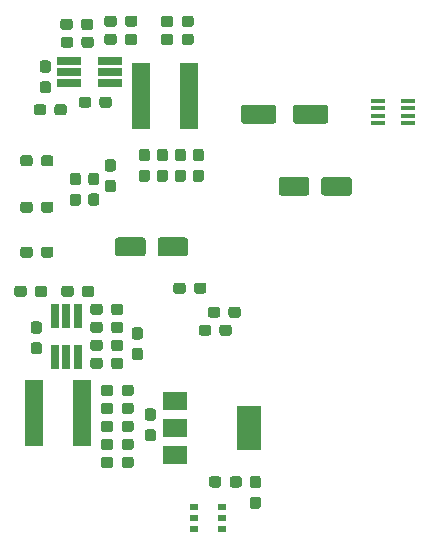
<source format=gbr>
G04 #@! TF.GenerationSoftware,KiCad,Pcbnew,(5.1.9)-1*
G04 #@! TF.CreationDate,2021-02-02T20:04:29-05:00*
G04 #@! TF.ProjectId,ZeroPilot,5a65726f-5069-46c6-9f74-2e6b69636164,rev?*
G04 #@! TF.SameCoordinates,Original*
G04 #@! TF.FileFunction,Paste,Top*
G04 #@! TF.FilePolarity,Positive*
%FSLAX46Y46*%
G04 Gerber Fmt 4.6, Leading zero omitted, Abs format (unit mm)*
G04 Created by KiCad (PCBNEW (5.1.9)-1) date 2021-02-02 20:04:29*
%MOMM*%
%LPD*%
G01*
G04 APERTURE LIST*
%ADD10R,0.650000X2.000000*%
%ADD11R,2.000000X0.650000*%
%ADD12R,2.000000X1.500000*%
%ADD13R,2.000000X3.800000*%
%ADD14R,0.700000X0.510000*%
%ADD15R,1.550000X5.600000*%
%ADD16R,1.550000X5.599999*%
%ADD17R,1.220000X0.400000*%
G04 APERTURE END LIST*
D10*
X54638000Y-131018000D03*
X55588000Y-131018000D03*
X56538000Y-131018000D03*
X56538000Y-134438000D03*
X55588000Y-134438000D03*
X54638000Y-134438000D03*
D11*
X55821000Y-111313000D03*
X55821000Y-110363000D03*
X55821000Y-109413000D03*
X59241000Y-109413000D03*
X59241000Y-110363000D03*
X59241000Y-111313000D03*
D12*
X64757000Y-138175000D03*
X64757000Y-142775000D03*
X64757000Y-140475000D03*
D13*
X71057000Y-140475000D03*
G36*
G01*
X56587500Y-119932000D02*
X56112500Y-119932000D01*
G75*
G02*
X55875000Y-119694500I0J237500D01*
G01*
X55875000Y-119119500D01*
G75*
G02*
X56112500Y-118882000I237500J0D01*
G01*
X56587500Y-118882000D01*
G75*
G02*
X56825000Y-119119500I0J-237500D01*
G01*
X56825000Y-119694500D01*
G75*
G02*
X56587500Y-119932000I-237500J0D01*
G01*
G37*
G36*
G01*
X56587500Y-121682000D02*
X56112500Y-121682000D01*
G75*
G02*
X55875000Y-121444500I0J237500D01*
G01*
X55875000Y-120869500D01*
G75*
G02*
X56112500Y-120632000I237500J0D01*
G01*
X56587500Y-120632000D01*
G75*
G02*
X56825000Y-120869500I0J-237500D01*
G01*
X56825000Y-121444500D01*
G75*
G02*
X56587500Y-121682000I-237500J0D01*
G01*
G37*
G36*
G01*
X69311000Y-130920500D02*
X69311000Y-130445500D01*
G75*
G02*
X69548500Y-130208000I237500J0D01*
G01*
X70123500Y-130208000D01*
G75*
G02*
X70361000Y-130445500I0J-237500D01*
G01*
X70361000Y-130920500D01*
G75*
G02*
X70123500Y-131158000I-237500J0D01*
G01*
X69548500Y-131158000D01*
G75*
G02*
X69311000Y-130920500I0J237500D01*
G01*
G37*
G36*
G01*
X67561000Y-130920500D02*
X67561000Y-130445500D01*
G75*
G02*
X67798500Y-130208000I237500J0D01*
G01*
X68373500Y-130208000D01*
G75*
G02*
X68611000Y-130445500I0J-237500D01*
G01*
X68611000Y-130920500D01*
G75*
G02*
X68373500Y-131158000I-237500J0D01*
G01*
X67798500Y-131158000D01*
G75*
G02*
X67561000Y-130920500I0J237500D01*
G01*
G37*
D14*
X68724000Y-149032000D03*
X68724000Y-148082000D03*
X68724000Y-147132000D03*
X66404000Y-147132000D03*
X66404000Y-148082000D03*
X66404000Y-149032000D03*
G36*
G01*
X58149500Y-119919000D02*
X57674500Y-119919000D01*
G75*
G02*
X57437000Y-119681500I0J237500D01*
G01*
X57437000Y-119106500D01*
G75*
G02*
X57674500Y-118869000I237500J0D01*
G01*
X58149500Y-118869000D01*
G75*
G02*
X58387000Y-119106500I0J-237500D01*
G01*
X58387000Y-119681500D01*
G75*
G02*
X58149500Y-119919000I-237500J0D01*
G01*
G37*
G36*
G01*
X58149500Y-121669000D02*
X57674500Y-121669000D01*
G75*
G02*
X57437000Y-121431500I0J237500D01*
G01*
X57437000Y-120856500D01*
G75*
G02*
X57674500Y-120619000I237500J0D01*
G01*
X58149500Y-120619000D01*
G75*
G02*
X58387000Y-120856500I0J-237500D01*
G01*
X58387000Y-121431500D01*
G75*
G02*
X58149500Y-121669000I-237500J0D01*
G01*
G37*
G36*
G01*
X59071500Y-119476000D02*
X59546500Y-119476000D01*
G75*
G02*
X59784000Y-119713500I0J-237500D01*
G01*
X59784000Y-120288500D01*
G75*
G02*
X59546500Y-120526000I-237500J0D01*
G01*
X59071500Y-120526000D01*
G75*
G02*
X58834000Y-120288500I0J237500D01*
G01*
X58834000Y-119713500D01*
G75*
G02*
X59071500Y-119476000I237500J0D01*
G01*
G37*
G36*
G01*
X59071500Y-117726000D02*
X59546500Y-117726000D01*
G75*
G02*
X59784000Y-117963500I0J-237500D01*
G01*
X59784000Y-118538500D01*
G75*
G02*
X59546500Y-118776000I-237500J0D01*
G01*
X59071500Y-118776000D01*
G75*
G02*
X58834000Y-118538500I0J237500D01*
G01*
X58834000Y-117963500D01*
G75*
G02*
X59071500Y-117726000I237500J0D01*
G01*
G37*
G36*
G01*
X68549000Y-132444500D02*
X68549000Y-131969500D01*
G75*
G02*
X68786500Y-131732000I237500J0D01*
G01*
X69361500Y-131732000D01*
G75*
G02*
X69599000Y-131969500I0J-237500D01*
G01*
X69599000Y-132444500D01*
G75*
G02*
X69361500Y-132682000I-237500J0D01*
G01*
X68786500Y-132682000D01*
G75*
G02*
X68549000Y-132444500I0J237500D01*
G01*
G37*
G36*
G01*
X66799000Y-132444500D02*
X66799000Y-131969500D01*
G75*
G02*
X67036500Y-131732000I237500J0D01*
G01*
X67611500Y-131732000D01*
G75*
G02*
X67849000Y-131969500I0J-237500D01*
G01*
X67849000Y-132444500D01*
G75*
G02*
X67611500Y-132682000I-237500J0D01*
G01*
X67036500Y-132682000D01*
G75*
G02*
X66799000Y-132444500I0J237500D01*
G01*
G37*
G36*
G01*
X65690000Y-128413500D02*
X65690000Y-128888500D01*
G75*
G02*
X65452500Y-129126000I-237500J0D01*
G01*
X64877500Y-129126000D01*
G75*
G02*
X64640000Y-128888500I0J237500D01*
G01*
X64640000Y-128413500D01*
G75*
G02*
X64877500Y-128176000I237500J0D01*
G01*
X65452500Y-128176000D01*
G75*
G02*
X65690000Y-128413500I0J-237500D01*
G01*
G37*
G36*
G01*
X67440000Y-128413500D02*
X67440000Y-128888500D01*
G75*
G02*
X67202500Y-129126000I-237500J0D01*
G01*
X66627500Y-129126000D01*
G75*
G02*
X66390000Y-128888500I0J237500D01*
G01*
X66390000Y-128413500D01*
G75*
G02*
X66627500Y-128176000I237500J0D01*
G01*
X67202500Y-128176000D01*
G75*
G02*
X67440000Y-128413500I0J-237500D01*
G01*
G37*
G36*
G01*
X52736000Y-125365500D02*
X52736000Y-125840500D01*
G75*
G02*
X52498500Y-126078000I-237500J0D01*
G01*
X51923500Y-126078000D01*
G75*
G02*
X51686000Y-125840500I0J237500D01*
G01*
X51686000Y-125365500D01*
G75*
G02*
X51923500Y-125128000I237500J0D01*
G01*
X52498500Y-125128000D01*
G75*
G02*
X52736000Y-125365500I0J-237500D01*
G01*
G37*
G36*
G01*
X54486000Y-125365500D02*
X54486000Y-125840500D01*
G75*
G02*
X54248500Y-126078000I-237500J0D01*
G01*
X53673500Y-126078000D01*
G75*
G02*
X53436000Y-125840500I0J237500D01*
G01*
X53436000Y-125365500D01*
G75*
G02*
X53673500Y-125128000I237500J0D01*
G01*
X54248500Y-125128000D01*
G75*
G02*
X54486000Y-125365500I0J-237500D01*
G01*
G37*
G36*
G01*
X52736000Y-117618500D02*
X52736000Y-118093500D01*
G75*
G02*
X52498500Y-118331000I-237500J0D01*
G01*
X51923500Y-118331000D01*
G75*
G02*
X51686000Y-118093500I0J237500D01*
G01*
X51686000Y-117618500D01*
G75*
G02*
X51923500Y-117381000I237500J0D01*
G01*
X52498500Y-117381000D01*
G75*
G02*
X52736000Y-117618500I0J-237500D01*
G01*
G37*
G36*
G01*
X54486000Y-117618500D02*
X54486000Y-118093500D01*
G75*
G02*
X54248500Y-118331000I-237500J0D01*
G01*
X53673500Y-118331000D01*
G75*
G02*
X53436000Y-118093500I0J237500D01*
G01*
X53436000Y-117618500D01*
G75*
G02*
X53673500Y-117381000I237500J0D01*
G01*
X54248500Y-117381000D01*
G75*
G02*
X54486000Y-117618500I0J-237500D01*
G01*
G37*
G36*
G01*
X52736000Y-121555500D02*
X52736000Y-122030500D01*
G75*
G02*
X52498500Y-122268000I-237500J0D01*
G01*
X51923500Y-122268000D01*
G75*
G02*
X51686000Y-122030500I0J237500D01*
G01*
X51686000Y-121555500D01*
G75*
G02*
X51923500Y-121318000I237500J0D01*
G01*
X52498500Y-121318000D01*
G75*
G02*
X52736000Y-121555500I0J-237500D01*
G01*
G37*
G36*
G01*
X54486000Y-121555500D02*
X54486000Y-122030500D01*
G75*
G02*
X54248500Y-122268000I-237500J0D01*
G01*
X53673500Y-122268000D01*
G75*
G02*
X53436000Y-122030500I0J237500D01*
G01*
X53436000Y-121555500D01*
G75*
G02*
X53673500Y-121318000I237500J0D01*
G01*
X54248500Y-121318000D01*
G75*
G02*
X54486000Y-121555500I0J-237500D01*
G01*
G37*
G36*
G01*
X61832500Y-133000000D02*
X61357500Y-133000000D01*
G75*
G02*
X61120000Y-132762500I0J237500D01*
G01*
X61120000Y-132187500D01*
G75*
G02*
X61357500Y-131950000I237500J0D01*
G01*
X61832500Y-131950000D01*
G75*
G02*
X62070000Y-132187500I0J-237500D01*
G01*
X62070000Y-132762500D01*
G75*
G02*
X61832500Y-133000000I-237500J0D01*
G01*
G37*
G36*
G01*
X61832500Y-134750000D02*
X61357500Y-134750000D01*
G75*
G02*
X61120000Y-134512500I0J237500D01*
G01*
X61120000Y-133937500D01*
G75*
G02*
X61357500Y-133700000I237500J0D01*
G01*
X61832500Y-133700000D01*
G75*
G02*
X62070000Y-133937500I0J-237500D01*
G01*
X62070000Y-134512500D01*
G75*
G02*
X61832500Y-134750000I-237500J0D01*
G01*
G37*
G36*
G01*
X56827000Y-106549500D02*
X56827000Y-106074500D01*
G75*
G02*
X57064500Y-105837000I237500J0D01*
G01*
X57639500Y-105837000D01*
G75*
G02*
X57877000Y-106074500I0J-237500D01*
G01*
X57877000Y-106549500D01*
G75*
G02*
X57639500Y-106787000I-237500J0D01*
G01*
X57064500Y-106787000D01*
G75*
G02*
X56827000Y-106549500I0J237500D01*
G01*
G37*
G36*
G01*
X55077000Y-106549500D02*
X55077000Y-106074500D01*
G75*
G02*
X55314500Y-105837000I237500J0D01*
G01*
X55889500Y-105837000D01*
G75*
G02*
X56127000Y-106074500I0J-237500D01*
G01*
X56127000Y-106549500D01*
G75*
G02*
X55889500Y-106787000I-237500J0D01*
G01*
X55314500Y-106787000D01*
G75*
G02*
X55077000Y-106549500I0J237500D01*
G01*
G37*
G36*
G01*
X56165000Y-107585500D02*
X56165000Y-108060500D01*
G75*
G02*
X55927500Y-108298000I-237500J0D01*
G01*
X55352500Y-108298000D01*
G75*
G02*
X55115000Y-108060500I0J237500D01*
G01*
X55115000Y-107585500D01*
G75*
G02*
X55352500Y-107348000I237500J0D01*
G01*
X55927500Y-107348000D01*
G75*
G02*
X56165000Y-107585500I0J-237500D01*
G01*
G37*
G36*
G01*
X57915000Y-107585500D02*
X57915000Y-108060500D01*
G75*
G02*
X57677500Y-108298000I-237500J0D01*
G01*
X57102500Y-108298000D01*
G75*
G02*
X56865000Y-108060500I0J237500D01*
G01*
X56865000Y-107585500D01*
G75*
G02*
X57102500Y-107348000I237500J0D01*
G01*
X57677500Y-107348000D01*
G75*
G02*
X57915000Y-107585500I0J-237500D01*
G01*
G37*
G36*
G01*
X52228000Y-128680500D02*
X52228000Y-129155500D01*
G75*
G02*
X51990500Y-129393000I-237500J0D01*
G01*
X51415500Y-129393000D01*
G75*
G02*
X51178000Y-129155500I0J237500D01*
G01*
X51178000Y-128680500D01*
G75*
G02*
X51415500Y-128443000I237500J0D01*
G01*
X51990500Y-128443000D01*
G75*
G02*
X52228000Y-128680500I0J-237500D01*
G01*
G37*
G36*
G01*
X53978000Y-128680500D02*
X53978000Y-129155500D01*
G75*
G02*
X53740500Y-129393000I-237500J0D01*
G01*
X53165500Y-129393000D01*
G75*
G02*
X52928000Y-129155500I0J237500D01*
G01*
X52928000Y-128680500D01*
G75*
G02*
X53165500Y-128443000I237500J0D01*
G01*
X53740500Y-128443000D01*
G75*
G02*
X53978000Y-128680500I0J-237500D01*
G01*
G37*
G36*
G01*
X56208000Y-128680500D02*
X56208000Y-129155500D01*
G75*
G02*
X55970500Y-129393000I-237500J0D01*
G01*
X55395500Y-129393000D01*
G75*
G02*
X55158000Y-129155500I0J237500D01*
G01*
X55158000Y-128680500D01*
G75*
G02*
X55395500Y-128443000I237500J0D01*
G01*
X55970500Y-128443000D01*
G75*
G02*
X56208000Y-128680500I0J-237500D01*
G01*
G37*
G36*
G01*
X57958000Y-128680500D02*
X57958000Y-129155500D01*
G75*
G02*
X57720500Y-129393000I-237500J0D01*
G01*
X57145500Y-129393000D01*
G75*
G02*
X56908000Y-129155500I0J237500D01*
G01*
X56908000Y-128680500D01*
G75*
G02*
X57145500Y-128443000I237500J0D01*
G01*
X57720500Y-128443000D01*
G75*
G02*
X57958000Y-128680500I0J-237500D01*
G01*
G37*
G36*
G01*
X54047500Y-110407000D02*
X53572500Y-110407000D01*
G75*
G02*
X53335000Y-110169500I0J237500D01*
G01*
X53335000Y-109594500D01*
G75*
G02*
X53572500Y-109357000I237500J0D01*
G01*
X54047500Y-109357000D01*
G75*
G02*
X54285000Y-109594500I0J-237500D01*
G01*
X54285000Y-110169500D01*
G75*
G02*
X54047500Y-110407000I-237500J0D01*
G01*
G37*
G36*
G01*
X54047500Y-112157000D02*
X53572500Y-112157000D01*
G75*
G02*
X53335000Y-111919500I0J237500D01*
G01*
X53335000Y-111344500D01*
G75*
G02*
X53572500Y-111107000I237500J0D01*
G01*
X54047500Y-111107000D01*
G75*
G02*
X54285000Y-111344500I0J-237500D01*
G01*
X54285000Y-111919500D01*
G75*
G02*
X54047500Y-112157000I-237500J0D01*
G01*
G37*
G36*
G01*
X53879000Y-113300500D02*
X53879000Y-113775500D01*
G75*
G02*
X53641500Y-114013000I-237500J0D01*
G01*
X53066500Y-114013000D01*
G75*
G02*
X52829000Y-113775500I0J237500D01*
G01*
X52829000Y-113300500D01*
G75*
G02*
X53066500Y-113063000I237500J0D01*
G01*
X53641500Y-113063000D01*
G75*
G02*
X53879000Y-113300500I0J-237500D01*
G01*
G37*
G36*
G01*
X55629000Y-113300500D02*
X55629000Y-113775500D01*
G75*
G02*
X55391500Y-114013000I-237500J0D01*
G01*
X54816500Y-114013000D01*
G75*
G02*
X54579000Y-113775500I0J237500D01*
G01*
X54579000Y-113300500D01*
G75*
G02*
X54816500Y-113063000I237500J0D01*
G01*
X55391500Y-113063000D01*
G75*
G02*
X55629000Y-113300500I0J-237500D01*
G01*
G37*
G36*
G01*
X71352500Y-146286000D02*
X71827500Y-146286000D01*
G75*
G02*
X72065000Y-146523500I0J-237500D01*
G01*
X72065000Y-147098500D01*
G75*
G02*
X71827500Y-147336000I-237500J0D01*
G01*
X71352500Y-147336000D01*
G75*
G02*
X71115000Y-147098500I0J237500D01*
G01*
X71115000Y-146523500D01*
G75*
G02*
X71352500Y-146286000I237500J0D01*
G01*
G37*
G36*
G01*
X71352500Y-144536000D02*
X71827500Y-144536000D01*
G75*
G02*
X72065000Y-144773500I0J-237500D01*
G01*
X72065000Y-145348500D01*
G75*
G02*
X71827500Y-145586000I-237500J0D01*
G01*
X71352500Y-145586000D01*
G75*
G02*
X71115000Y-145348500I0J237500D01*
G01*
X71115000Y-144773500D01*
G75*
G02*
X71352500Y-144536000I237500J0D01*
G01*
G37*
G36*
G01*
X68700000Y-144809500D02*
X68700000Y-145284500D01*
G75*
G02*
X68462500Y-145522000I-237500J0D01*
G01*
X67887500Y-145522000D01*
G75*
G02*
X67650000Y-145284500I0J237500D01*
G01*
X67650000Y-144809500D01*
G75*
G02*
X67887500Y-144572000I237500J0D01*
G01*
X68462500Y-144572000D01*
G75*
G02*
X68700000Y-144809500I0J-237500D01*
G01*
G37*
G36*
G01*
X70450000Y-144809500D02*
X70450000Y-145284500D01*
G75*
G02*
X70212500Y-145522000I-237500J0D01*
G01*
X69637500Y-145522000D01*
G75*
G02*
X69400000Y-145284500I0J237500D01*
G01*
X69400000Y-144809500D01*
G75*
G02*
X69637500Y-144572000I237500J0D01*
G01*
X70212500Y-144572000D01*
G75*
G02*
X70450000Y-144809500I0J-237500D01*
G01*
G37*
G36*
G01*
X66526500Y-118600000D02*
X67001500Y-118600000D01*
G75*
G02*
X67239000Y-118837500I0J-237500D01*
G01*
X67239000Y-119412500D01*
G75*
G02*
X67001500Y-119650000I-237500J0D01*
G01*
X66526500Y-119650000D01*
G75*
G02*
X66289000Y-119412500I0J237500D01*
G01*
X66289000Y-118837500D01*
G75*
G02*
X66526500Y-118600000I237500J0D01*
G01*
G37*
G36*
G01*
X66526500Y-116850000D02*
X67001500Y-116850000D01*
G75*
G02*
X67239000Y-117087500I0J-237500D01*
G01*
X67239000Y-117662500D01*
G75*
G02*
X67001500Y-117900000I-237500J0D01*
G01*
X66526500Y-117900000D01*
G75*
G02*
X66289000Y-117662500I0J237500D01*
G01*
X66289000Y-117087500D01*
G75*
G02*
X66526500Y-116850000I237500J0D01*
G01*
G37*
G36*
G01*
X62462500Y-140571000D02*
X62937500Y-140571000D01*
G75*
G02*
X63175000Y-140808500I0J-237500D01*
G01*
X63175000Y-141383500D01*
G75*
G02*
X62937500Y-141621000I-237500J0D01*
G01*
X62462500Y-141621000D01*
G75*
G02*
X62225000Y-141383500I0J237500D01*
G01*
X62225000Y-140808500D01*
G75*
G02*
X62462500Y-140571000I237500J0D01*
G01*
G37*
G36*
G01*
X62462500Y-138821000D02*
X62937500Y-138821000D01*
G75*
G02*
X63175000Y-139058500I0J-237500D01*
G01*
X63175000Y-139633500D01*
G75*
G02*
X62937500Y-139871000I-237500J0D01*
G01*
X62462500Y-139871000D01*
G75*
G02*
X62225000Y-139633500I0J237500D01*
G01*
X62225000Y-139058500D01*
G75*
G02*
X62462500Y-138821000I237500J0D01*
G01*
G37*
G36*
G01*
X60256000Y-139061500D02*
X60256000Y-138586500D01*
G75*
G02*
X60493500Y-138349000I237500J0D01*
G01*
X61068500Y-138349000D01*
G75*
G02*
X61306000Y-138586500I0J-237500D01*
G01*
X61306000Y-139061500D01*
G75*
G02*
X61068500Y-139299000I-237500J0D01*
G01*
X60493500Y-139299000D01*
G75*
G02*
X60256000Y-139061500I0J237500D01*
G01*
G37*
G36*
G01*
X58506000Y-139061500D02*
X58506000Y-138586500D01*
G75*
G02*
X58743500Y-138349000I237500J0D01*
G01*
X59318500Y-138349000D01*
G75*
G02*
X59556000Y-138586500I0J-237500D01*
G01*
X59556000Y-139061500D01*
G75*
G02*
X59318500Y-139299000I-237500J0D01*
G01*
X58743500Y-139299000D01*
G75*
G02*
X58506000Y-139061500I0J237500D01*
G01*
G37*
G36*
G01*
X60256000Y-140585500D02*
X60256000Y-140110500D01*
G75*
G02*
X60493500Y-139873000I237500J0D01*
G01*
X61068500Y-139873000D01*
G75*
G02*
X61306000Y-140110500I0J-237500D01*
G01*
X61306000Y-140585500D01*
G75*
G02*
X61068500Y-140823000I-237500J0D01*
G01*
X60493500Y-140823000D01*
G75*
G02*
X60256000Y-140585500I0J237500D01*
G01*
G37*
G36*
G01*
X58506000Y-140585500D02*
X58506000Y-140110500D01*
G75*
G02*
X58743500Y-139873000I237500J0D01*
G01*
X59318500Y-139873000D01*
G75*
G02*
X59556000Y-140110500I0J-237500D01*
G01*
X59556000Y-140585500D01*
G75*
G02*
X59318500Y-140823000I-237500J0D01*
G01*
X58743500Y-140823000D01*
G75*
G02*
X58506000Y-140585500I0J237500D01*
G01*
G37*
G36*
G01*
X65002500Y-118600000D02*
X65477500Y-118600000D01*
G75*
G02*
X65715000Y-118837500I0J-237500D01*
G01*
X65715000Y-119412500D01*
G75*
G02*
X65477500Y-119650000I-237500J0D01*
G01*
X65002500Y-119650000D01*
G75*
G02*
X64765000Y-119412500I0J237500D01*
G01*
X64765000Y-118837500D01*
G75*
G02*
X65002500Y-118600000I237500J0D01*
G01*
G37*
G36*
G01*
X65002500Y-116850000D02*
X65477500Y-116850000D01*
G75*
G02*
X65715000Y-117087500I0J-237500D01*
G01*
X65715000Y-117662500D01*
G75*
G02*
X65477500Y-117900000I-237500J0D01*
G01*
X65002500Y-117900000D01*
G75*
G02*
X64765000Y-117662500I0J237500D01*
G01*
X64765000Y-117087500D01*
G75*
G02*
X65002500Y-116850000I237500J0D01*
G01*
G37*
G36*
G01*
X60256000Y-142109500D02*
X60256000Y-141634500D01*
G75*
G02*
X60493500Y-141397000I237500J0D01*
G01*
X61068500Y-141397000D01*
G75*
G02*
X61306000Y-141634500I0J-237500D01*
G01*
X61306000Y-142109500D01*
G75*
G02*
X61068500Y-142347000I-237500J0D01*
G01*
X60493500Y-142347000D01*
G75*
G02*
X60256000Y-142109500I0J237500D01*
G01*
G37*
G36*
G01*
X58506000Y-142109500D02*
X58506000Y-141634500D01*
G75*
G02*
X58743500Y-141397000I237500J0D01*
G01*
X59318500Y-141397000D01*
G75*
G02*
X59556000Y-141634500I0J-237500D01*
G01*
X59556000Y-142109500D01*
G75*
G02*
X59318500Y-142347000I-237500J0D01*
G01*
X58743500Y-142347000D01*
G75*
G02*
X58506000Y-142109500I0J237500D01*
G01*
G37*
G36*
G01*
X63478500Y-118600000D02*
X63953500Y-118600000D01*
G75*
G02*
X64191000Y-118837500I0J-237500D01*
G01*
X64191000Y-119412500D01*
G75*
G02*
X63953500Y-119650000I-237500J0D01*
G01*
X63478500Y-119650000D01*
G75*
G02*
X63241000Y-119412500I0J237500D01*
G01*
X63241000Y-118837500D01*
G75*
G02*
X63478500Y-118600000I237500J0D01*
G01*
G37*
G36*
G01*
X63478500Y-116850000D02*
X63953500Y-116850000D01*
G75*
G02*
X64191000Y-117087500I0J-237500D01*
G01*
X64191000Y-117662500D01*
G75*
G02*
X63953500Y-117900000I-237500J0D01*
G01*
X63478500Y-117900000D01*
G75*
G02*
X63241000Y-117662500I0J237500D01*
G01*
X63241000Y-117087500D01*
G75*
G02*
X63478500Y-116850000I237500J0D01*
G01*
G37*
G36*
G01*
X60256000Y-143633500D02*
X60256000Y-143158500D01*
G75*
G02*
X60493500Y-142921000I237500J0D01*
G01*
X61068500Y-142921000D01*
G75*
G02*
X61306000Y-143158500I0J-237500D01*
G01*
X61306000Y-143633500D01*
G75*
G02*
X61068500Y-143871000I-237500J0D01*
G01*
X60493500Y-143871000D01*
G75*
G02*
X60256000Y-143633500I0J237500D01*
G01*
G37*
G36*
G01*
X58506000Y-143633500D02*
X58506000Y-143158500D01*
G75*
G02*
X58743500Y-142921000I237500J0D01*
G01*
X59318500Y-142921000D01*
G75*
G02*
X59556000Y-143158500I0J-237500D01*
G01*
X59556000Y-143633500D01*
G75*
G02*
X59318500Y-143871000I-237500J0D01*
G01*
X58743500Y-143871000D01*
G75*
G02*
X58506000Y-143633500I0J237500D01*
G01*
G37*
G36*
G01*
X61954500Y-118600000D02*
X62429500Y-118600000D01*
G75*
G02*
X62667000Y-118837500I0J-237500D01*
G01*
X62667000Y-119412500D01*
G75*
G02*
X62429500Y-119650000I-237500J0D01*
G01*
X61954500Y-119650000D01*
G75*
G02*
X61717000Y-119412500I0J237500D01*
G01*
X61717000Y-118837500D01*
G75*
G02*
X61954500Y-118600000I237500J0D01*
G01*
G37*
G36*
G01*
X61954500Y-116850000D02*
X62429500Y-116850000D01*
G75*
G02*
X62667000Y-117087500I0J-237500D01*
G01*
X62667000Y-117662500D01*
G75*
G02*
X62429500Y-117900000I-237500J0D01*
G01*
X61954500Y-117900000D01*
G75*
G02*
X61717000Y-117662500I0J237500D01*
G01*
X61717000Y-117087500D01*
G75*
G02*
X61954500Y-116850000I237500J0D01*
G01*
G37*
G36*
G01*
X52810500Y-133205000D02*
X53285500Y-133205000D01*
G75*
G02*
X53523000Y-133442500I0J-237500D01*
G01*
X53523000Y-134017500D01*
G75*
G02*
X53285500Y-134255000I-237500J0D01*
G01*
X52810500Y-134255000D01*
G75*
G02*
X52573000Y-134017500I0J237500D01*
G01*
X52573000Y-133442500D01*
G75*
G02*
X52810500Y-133205000I237500J0D01*
G01*
G37*
G36*
G01*
X52810500Y-131455000D02*
X53285500Y-131455000D01*
G75*
G02*
X53523000Y-131692500I0J-237500D01*
G01*
X53523000Y-132267500D01*
G75*
G02*
X53285500Y-132505000I-237500J0D01*
G01*
X52810500Y-132505000D01*
G75*
G02*
X52573000Y-132267500I0J237500D01*
G01*
X52573000Y-131692500D01*
G75*
G02*
X52810500Y-131455000I237500J0D01*
G01*
G37*
G36*
G01*
X58389000Y-113140500D02*
X58389000Y-112665500D01*
G75*
G02*
X58626500Y-112428000I237500J0D01*
G01*
X59201500Y-112428000D01*
G75*
G02*
X59439000Y-112665500I0J-237500D01*
G01*
X59439000Y-113140500D01*
G75*
G02*
X59201500Y-113378000I-237500J0D01*
G01*
X58626500Y-113378000D01*
G75*
G02*
X58389000Y-113140500I0J237500D01*
G01*
G37*
G36*
G01*
X56639000Y-113140500D02*
X56639000Y-112665500D01*
G75*
G02*
X56876500Y-112428000I237500J0D01*
G01*
X57451500Y-112428000D01*
G75*
G02*
X57689000Y-112665500I0J-237500D01*
G01*
X57689000Y-113140500D01*
G75*
G02*
X57451500Y-113378000I-237500J0D01*
G01*
X56876500Y-113378000D01*
G75*
G02*
X56639000Y-113140500I0J237500D01*
G01*
G37*
G36*
G01*
X58667000Y-133252500D02*
X58667000Y-133727500D01*
G75*
G02*
X58429500Y-133965000I-237500J0D01*
G01*
X57854500Y-133965000D01*
G75*
G02*
X57617000Y-133727500I0J237500D01*
G01*
X57617000Y-133252500D01*
G75*
G02*
X57854500Y-133015000I237500J0D01*
G01*
X58429500Y-133015000D01*
G75*
G02*
X58667000Y-133252500I0J-237500D01*
G01*
G37*
G36*
G01*
X60417000Y-133252500D02*
X60417000Y-133727500D01*
G75*
G02*
X60179500Y-133965000I-237500J0D01*
G01*
X59604500Y-133965000D01*
G75*
G02*
X59367000Y-133727500I0J237500D01*
G01*
X59367000Y-133252500D01*
G75*
G02*
X59604500Y-133015000I237500J0D01*
G01*
X60179500Y-133015000D01*
G75*
G02*
X60417000Y-133252500I0J-237500D01*
G01*
G37*
G36*
G01*
X64636000Y-107344500D02*
X64636000Y-107819500D01*
G75*
G02*
X64398500Y-108057000I-237500J0D01*
G01*
X63823500Y-108057000D01*
G75*
G02*
X63586000Y-107819500I0J237500D01*
G01*
X63586000Y-107344500D01*
G75*
G02*
X63823500Y-107107000I237500J0D01*
G01*
X64398500Y-107107000D01*
G75*
G02*
X64636000Y-107344500I0J-237500D01*
G01*
G37*
G36*
G01*
X66386000Y-107344500D02*
X66386000Y-107819500D01*
G75*
G02*
X66148500Y-108057000I-237500J0D01*
G01*
X65573500Y-108057000D01*
G75*
G02*
X65336000Y-107819500I0J237500D01*
G01*
X65336000Y-107344500D01*
G75*
G02*
X65573500Y-107107000I237500J0D01*
G01*
X66148500Y-107107000D01*
G75*
G02*
X66386000Y-107344500I0J-237500D01*
G01*
G37*
G36*
G01*
X58667000Y-134776500D02*
X58667000Y-135251500D01*
G75*
G02*
X58429500Y-135489000I-237500J0D01*
G01*
X57854500Y-135489000D01*
G75*
G02*
X57617000Y-135251500I0J237500D01*
G01*
X57617000Y-134776500D01*
G75*
G02*
X57854500Y-134539000I237500J0D01*
G01*
X58429500Y-134539000D01*
G75*
G02*
X58667000Y-134776500I0J-237500D01*
G01*
G37*
G36*
G01*
X60417000Y-134776500D02*
X60417000Y-135251500D01*
G75*
G02*
X60179500Y-135489000I-237500J0D01*
G01*
X59604500Y-135489000D01*
G75*
G02*
X59367000Y-135251500I0J237500D01*
G01*
X59367000Y-134776500D01*
G75*
G02*
X59604500Y-134539000I237500J0D01*
G01*
X60179500Y-134539000D01*
G75*
G02*
X60417000Y-134776500I0J-237500D01*
G01*
G37*
G36*
G01*
X60548000Y-107819500D02*
X60548000Y-107344500D01*
G75*
G02*
X60785500Y-107107000I237500J0D01*
G01*
X61360500Y-107107000D01*
G75*
G02*
X61598000Y-107344500I0J-237500D01*
G01*
X61598000Y-107819500D01*
G75*
G02*
X61360500Y-108057000I-237500J0D01*
G01*
X60785500Y-108057000D01*
G75*
G02*
X60548000Y-107819500I0J237500D01*
G01*
G37*
G36*
G01*
X58798000Y-107819500D02*
X58798000Y-107344500D01*
G75*
G02*
X59035500Y-107107000I237500J0D01*
G01*
X59610500Y-107107000D01*
G75*
G02*
X59848000Y-107344500I0J-237500D01*
G01*
X59848000Y-107819500D01*
G75*
G02*
X59610500Y-108057000I-237500J0D01*
G01*
X59035500Y-108057000D01*
G75*
G02*
X58798000Y-107819500I0J237500D01*
G01*
G37*
G36*
G01*
X58667000Y-131728500D02*
X58667000Y-132203500D01*
G75*
G02*
X58429500Y-132441000I-237500J0D01*
G01*
X57854500Y-132441000D01*
G75*
G02*
X57617000Y-132203500I0J237500D01*
G01*
X57617000Y-131728500D01*
G75*
G02*
X57854500Y-131491000I237500J0D01*
G01*
X58429500Y-131491000D01*
G75*
G02*
X58667000Y-131728500I0J-237500D01*
G01*
G37*
G36*
G01*
X60417000Y-131728500D02*
X60417000Y-132203500D01*
G75*
G02*
X60179500Y-132441000I-237500J0D01*
G01*
X59604500Y-132441000D01*
G75*
G02*
X59367000Y-132203500I0J237500D01*
G01*
X59367000Y-131728500D01*
G75*
G02*
X59604500Y-131491000I237500J0D01*
G01*
X60179500Y-131491000D01*
G75*
G02*
X60417000Y-131728500I0J-237500D01*
G01*
G37*
G36*
G01*
X64636000Y-105820500D02*
X64636000Y-106295500D01*
G75*
G02*
X64398500Y-106533000I-237500J0D01*
G01*
X63823500Y-106533000D01*
G75*
G02*
X63586000Y-106295500I0J237500D01*
G01*
X63586000Y-105820500D01*
G75*
G02*
X63823500Y-105583000I237500J0D01*
G01*
X64398500Y-105583000D01*
G75*
G02*
X64636000Y-105820500I0J-237500D01*
G01*
G37*
G36*
G01*
X66386000Y-105820500D02*
X66386000Y-106295500D01*
G75*
G02*
X66148500Y-106533000I-237500J0D01*
G01*
X65573500Y-106533000D01*
G75*
G02*
X65336000Y-106295500I0J237500D01*
G01*
X65336000Y-105820500D01*
G75*
G02*
X65573500Y-105583000I237500J0D01*
G01*
X66148500Y-105583000D01*
G75*
G02*
X66386000Y-105820500I0J-237500D01*
G01*
G37*
G36*
G01*
X58667000Y-130204500D02*
X58667000Y-130679500D01*
G75*
G02*
X58429500Y-130917000I-237500J0D01*
G01*
X57854500Y-130917000D01*
G75*
G02*
X57617000Y-130679500I0J237500D01*
G01*
X57617000Y-130204500D01*
G75*
G02*
X57854500Y-129967000I237500J0D01*
G01*
X58429500Y-129967000D01*
G75*
G02*
X58667000Y-130204500I0J-237500D01*
G01*
G37*
G36*
G01*
X60417000Y-130204500D02*
X60417000Y-130679500D01*
G75*
G02*
X60179500Y-130917000I-237500J0D01*
G01*
X59604500Y-130917000D01*
G75*
G02*
X59367000Y-130679500I0J237500D01*
G01*
X59367000Y-130204500D01*
G75*
G02*
X59604500Y-129967000I237500J0D01*
G01*
X60179500Y-129967000D01*
G75*
G02*
X60417000Y-130204500I0J-237500D01*
G01*
G37*
G36*
G01*
X60548000Y-106282500D02*
X60548000Y-105807500D01*
G75*
G02*
X60785500Y-105570000I237500J0D01*
G01*
X61360500Y-105570000D01*
G75*
G02*
X61598000Y-105807500I0J-237500D01*
G01*
X61598000Y-106282500D01*
G75*
G02*
X61360500Y-106520000I-237500J0D01*
G01*
X60785500Y-106520000D01*
G75*
G02*
X60548000Y-106282500I0J237500D01*
G01*
G37*
G36*
G01*
X58798000Y-106282500D02*
X58798000Y-105807500D01*
G75*
G02*
X59035500Y-105570000I237500J0D01*
G01*
X59610500Y-105570000D01*
G75*
G02*
X59848000Y-105807500I0J-237500D01*
G01*
X59848000Y-106282500D01*
G75*
G02*
X59610500Y-106520000I-237500J0D01*
G01*
X59035500Y-106520000D01*
G75*
G02*
X58798000Y-106282500I0J237500D01*
G01*
G37*
G36*
G01*
X60256000Y-137537500D02*
X60256000Y-137062500D01*
G75*
G02*
X60493500Y-136825000I237500J0D01*
G01*
X61068500Y-136825000D01*
G75*
G02*
X61306000Y-137062500I0J-237500D01*
G01*
X61306000Y-137537500D01*
G75*
G02*
X61068500Y-137775000I-237500J0D01*
G01*
X60493500Y-137775000D01*
G75*
G02*
X60256000Y-137537500I0J237500D01*
G01*
G37*
G36*
G01*
X58506000Y-137537500D02*
X58506000Y-137062500D01*
G75*
G02*
X58743500Y-136825000I237500J0D01*
G01*
X59318500Y-136825000D01*
G75*
G02*
X59556000Y-137062500I0J-237500D01*
G01*
X59556000Y-137537500D01*
G75*
G02*
X59318500Y-137775000I-237500J0D01*
G01*
X58743500Y-137775000D01*
G75*
G02*
X58506000Y-137537500I0J237500D01*
G01*
G37*
D15*
X61945000Y-112395000D03*
X65995000Y-112395000D03*
X56889000Y-139205000D03*
D16*
X52839000Y-139205000D03*
G36*
G01*
X59705000Y-125698640D02*
X59705000Y-124598640D01*
G75*
G02*
X59955000Y-124348640I250000J0D01*
G01*
X62055000Y-124348640D01*
G75*
G02*
X62305000Y-124598640I0J-250000D01*
G01*
X62305000Y-125698640D01*
G75*
G02*
X62055000Y-125948640I-250000J0D01*
G01*
X59955000Y-125948640D01*
G75*
G02*
X59705000Y-125698640I0J250000D01*
G01*
G37*
G36*
G01*
X63305000Y-125698640D02*
X63305000Y-124598640D01*
G75*
G02*
X63555000Y-124348640I250000J0D01*
G01*
X65655000Y-124348640D01*
G75*
G02*
X65905000Y-124598640I0J-250000D01*
G01*
X65905000Y-125698640D01*
G75*
G02*
X65655000Y-125948640I-250000J0D01*
G01*
X63555000Y-125948640D01*
G75*
G02*
X63305000Y-125698640I0J250000D01*
G01*
G37*
G36*
G01*
X76163240Y-119467840D02*
X76163240Y-120567840D01*
G75*
G02*
X75913240Y-120817840I-250000J0D01*
G01*
X73813240Y-120817840D01*
G75*
G02*
X73563240Y-120567840I0J250000D01*
G01*
X73563240Y-119467840D01*
G75*
G02*
X73813240Y-119217840I250000J0D01*
G01*
X75913240Y-119217840D01*
G75*
G02*
X76163240Y-119467840I0J-250000D01*
G01*
G37*
G36*
G01*
X79763240Y-119467840D02*
X79763240Y-120567840D01*
G75*
G02*
X79513240Y-120817840I-250000J0D01*
G01*
X77413240Y-120817840D01*
G75*
G02*
X77163240Y-120567840I0J250000D01*
G01*
X77163240Y-119467840D01*
G75*
G02*
X77413240Y-119217840I250000J0D01*
G01*
X79513240Y-119217840D01*
G75*
G02*
X79763240Y-119467840I0J-250000D01*
G01*
G37*
G36*
G01*
X70363600Y-114466760D02*
X70363600Y-113366760D01*
G75*
G02*
X70613600Y-113116760I250000J0D01*
G01*
X73113600Y-113116760D01*
G75*
G02*
X73363600Y-113366760I0J-250000D01*
G01*
X73363600Y-114466760D01*
G75*
G02*
X73113600Y-114716760I-250000J0D01*
G01*
X70613600Y-114716760D01*
G75*
G02*
X70363600Y-114466760I0J250000D01*
G01*
G37*
G36*
G01*
X74763600Y-114466760D02*
X74763600Y-113366760D01*
G75*
G02*
X75013600Y-113116760I250000J0D01*
G01*
X77513600Y-113116760D01*
G75*
G02*
X77763600Y-113366760I0J-250000D01*
G01*
X77763600Y-114466760D01*
G75*
G02*
X77513600Y-114716760I-250000J0D01*
G01*
X75013600Y-114716760D01*
G75*
G02*
X74763600Y-114466760I0J250000D01*
G01*
G37*
D17*
X81932880Y-112753520D03*
X81932880Y-113393520D03*
X81932880Y-114053520D03*
X81932880Y-114693520D03*
X84552880Y-114693520D03*
X84552880Y-114053520D03*
X84552880Y-113393520D03*
X84552880Y-112753520D03*
M02*

</source>
